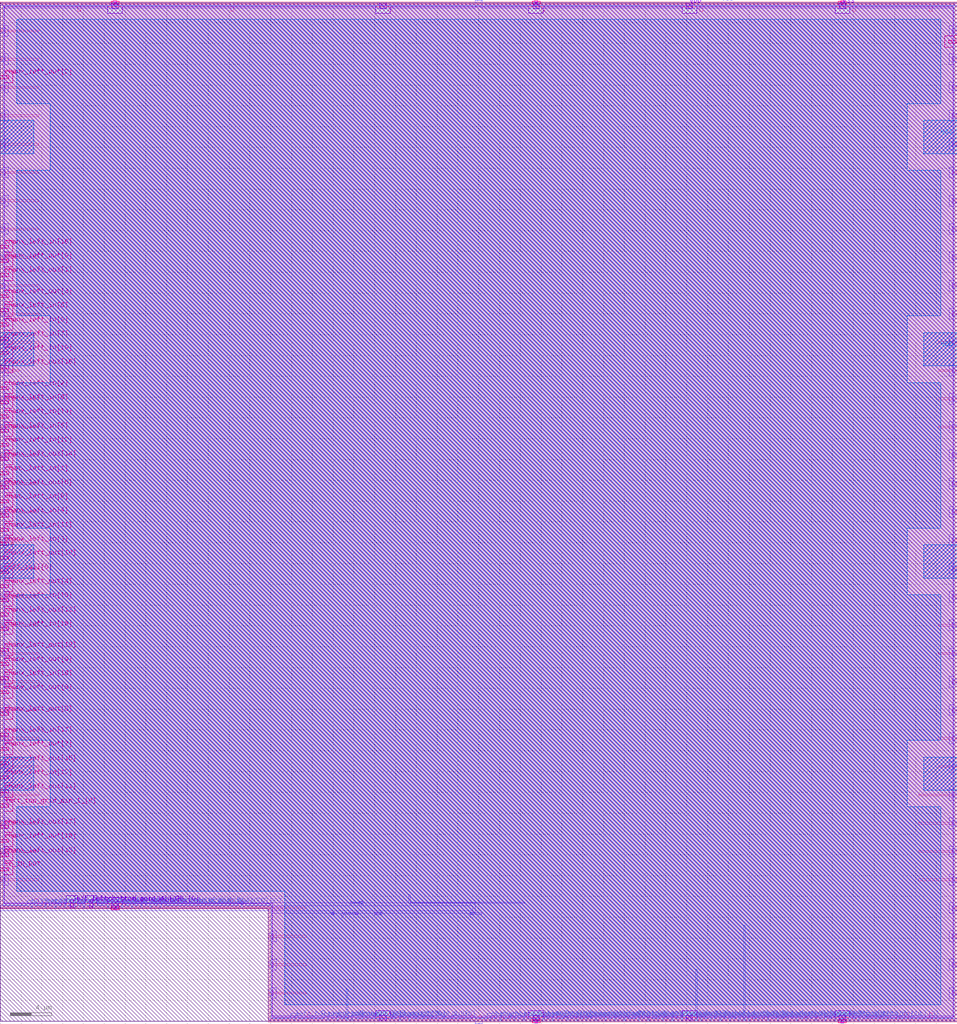
<source format=lef>
VERSION 5.7 ;
BUSBITCHARS "[]" ;

UNITS
  DATABASE MICRONS 1000 ;
END UNITS

MANUFACTURINGGRID 0.005 ;

LAYER li1
  TYPE ROUTING ;
  DIRECTION VERTICAL ;
  PITCH 0.46 ;
  WIDTH 0.17 ;
END li1

LAYER mcon
  TYPE CUT ;
END mcon

LAYER met1
  TYPE ROUTING ;
  DIRECTION HORIZONTAL ;
  PITCH 0.34 ;
  WIDTH 0.14 ;
END met1

LAYER via
  TYPE CUT ;
END via

LAYER met2
  TYPE ROUTING ;
  DIRECTION VERTICAL ;
  PITCH 0.46 ;
  WIDTH 0.14 ;
END met2

LAYER via2
  TYPE CUT ;
END via2

LAYER met3
  TYPE ROUTING ;
  DIRECTION HORIZONTAL ;
  PITCH 0.68 ;
  WIDTH 0.3 ;
END met3

LAYER via3
  TYPE CUT ;
END via3

LAYER met4
  TYPE ROUTING ;
  DIRECTION VERTICAL ;
  PITCH 0.92 ;
  WIDTH 0.3 ;
END met4

LAYER via4
  TYPE CUT ;
END via4

LAYER met5
  TYPE ROUTING ;
  DIRECTION HORIZONTAL ;
  PITCH 3.4 ;
  WIDTH 1.6 ;
END met5

LAYER nwell
  TYPE MASTERSLICE ;
END nwell

LAYER pwell
  TYPE MASTERSLICE ;
END pwell

LAYER OVERLAP
  TYPE OVERLAP ;
END OVERLAP

VIA L1M1_PR
  LAYER li1 ;
    RECT -0.085 -0.085 0.085 0.085 ;
  LAYER mcon ;
    RECT -0.085 -0.085 0.085 0.085 ;
  LAYER met1 ;
    RECT -0.145 -0.115 0.145 0.115 ;
END L1M1_PR

VIA L1M1_PR_R
  LAYER li1 ;
    RECT -0.085 -0.085 0.085 0.085 ;
  LAYER mcon ;
    RECT -0.085 -0.085 0.085 0.085 ;
  LAYER met1 ;
    RECT -0.115 -0.145 0.115 0.145 ;
END L1M1_PR_R

VIA L1M1_PR_M
  LAYER li1 ;
    RECT -0.085 -0.085 0.085 0.085 ;
  LAYER mcon ;
    RECT -0.085 -0.085 0.085 0.085 ;
  LAYER met1 ;
    RECT -0.115 -0.145 0.115 0.145 ;
END L1M1_PR_M

VIA L1M1_PR_MR
  LAYER li1 ;
    RECT -0.085 -0.085 0.085 0.085 ;
  LAYER mcon ;
    RECT -0.085 -0.085 0.085 0.085 ;
  LAYER met1 ;
    RECT -0.145 -0.115 0.145 0.115 ;
END L1M1_PR_MR

VIA L1M1_PR_C
  LAYER li1 ;
    RECT -0.085 -0.085 0.085 0.085 ;
  LAYER mcon ;
    RECT -0.085 -0.085 0.085 0.085 ;
  LAYER met1 ;
    RECT -0.145 -0.145 0.145 0.145 ;
END L1M1_PR_C

VIA M1M2_PR
  LAYER met1 ;
    RECT -0.16 -0.13 0.16 0.13 ;
  LAYER via ;
    RECT -0.075 -0.075 0.075 0.075 ;
  LAYER met2 ;
    RECT -0.13 -0.16 0.13 0.16 ;
END M1M2_PR

VIA M1M2_PR_Enc
  LAYER met1 ;
    RECT -0.16 -0.13 0.16 0.13 ;
  LAYER via ;
    RECT -0.075 -0.075 0.075 0.075 ;
  LAYER met2 ;
    RECT -0.16 -0.13 0.16 0.13 ;
END M1M2_PR_Enc

VIA M1M2_PR_R
  LAYER met1 ;
    RECT -0.13 -0.16 0.13 0.16 ;
  LAYER via ;
    RECT -0.075 -0.075 0.075 0.075 ;
  LAYER met2 ;
    RECT -0.16 -0.13 0.16 0.13 ;
END M1M2_PR_R

VIA M1M2_PR_R_Enc
  LAYER met1 ;
    RECT -0.13 -0.16 0.13 0.16 ;
  LAYER via ;
    RECT -0.075 -0.075 0.075 0.075 ;
  LAYER met2 ;
    RECT -0.13 -0.16 0.13 0.16 ;
END M1M2_PR_R_Enc

VIA M1M2_PR_M
  LAYER met1 ;
    RECT -0.16 -0.13 0.16 0.13 ;
  LAYER via ;
    RECT -0.075 -0.075 0.075 0.075 ;
  LAYER met2 ;
    RECT -0.16 -0.13 0.16 0.13 ;
END M1M2_PR_M

VIA M1M2_PR_M_Enc
  LAYER met1 ;
    RECT -0.16 -0.13 0.16 0.13 ;
  LAYER via ;
    RECT -0.075 -0.075 0.075 0.075 ;
  LAYER met2 ;
    RECT -0.13 -0.16 0.13 0.16 ;
END M1M2_PR_M_Enc

VIA M1M2_PR_MR
  LAYER met1 ;
    RECT -0.13 -0.16 0.13 0.16 ;
  LAYER via ;
    RECT -0.075 -0.075 0.075 0.075 ;
  LAYER met2 ;
    RECT -0.13 -0.16 0.13 0.16 ;
END M1M2_PR_MR

VIA M1M2_PR_MR_Enc
  LAYER met1 ;
    RECT -0.13 -0.16 0.13 0.16 ;
  LAYER via ;
    RECT -0.075 -0.075 0.075 0.075 ;
  LAYER met2 ;
    RECT -0.16 -0.13 0.16 0.13 ;
END M1M2_PR_MR_Enc

VIA M1M2_PR_C
  LAYER met1 ;
    RECT -0.16 -0.16 0.16 0.16 ;
  LAYER via ;
    RECT -0.075 -0.075 0.075 0.075 ;
  LAYER met2 ;
    RECT -0.16 -0.16 0.16 0.16 ;
END M1M2_PR_C

VIA M2M3_PR
  LAYER met2 ;
    RECT -0.14 -0.185 0.14 0.185 ;
  LAYER via2 ;
    RECT -0.1 -0.1 0.1 0.1 ;
  LAYER met3 ;
    RECT -0.165 -0.165 0.165 0.165 ;
END M2M3_PR

VIA M2M3_PR_R
  LAYER met2 ;
    RECT -0.185 -0.14 0.185 0.14 ;
  LAYER via2 ;
    RECT -0.1 -0.1 0.1 0.1 ;
  LAYER met3 ;
    RECT -0.165 -0.165 0.165 0.165 ;
END M2M3_PR_R

VIA M2M3_PR_M
  LAYER met2 ;
    RECT -0.14 -0.185 0.14 0.185 ;
  LAYER via2 ;
    RECT -0.1 -0.1 0.1 0.1 ;
  LAYER met3 ;
    RECT -0.165 -0.165 0.165 0.165 ;
END M2M3_PR_M

VIA M2M3_PR_MR
  LAYER met2 ;
    RECT -0.185 -0.14 0.185 0.14 ;
  LAYER via2 ;
    RECT -0.1 -0.1 0.1 0.1 ;
  LAYER met3 ;
    RECT -0.165 -0.165 0.165 0.165 ;
END M2M3_PR_MR

VIA M2M3_PR_C
  LAYER met2 ;
    RECT -0.185 -0.185 0.185 0.185 ;
  LAYER via2 ;
    RECT -0.1 -0.1 0.1 0.1 ;
  LAYER met3 ;
    RECT -0.165 -0.165 0.165 0.165 ;
END M2M3_PR_C

VIA M3M4_PR
  LAYER met3 ;
    RECT -0.19 -0.16 0.19 0.16 ;
  LAYER via3 ;
    RECT -0.1 -0.1 0.1 0.1 ;
  LAYER met4 ;
    RECT -0.165 -0.165 0.165 0.165 ;
END M3M4_PR

VIA M3M4_PR_R
  LAYER met3 ;
    RECT -0.16 -0.19 0.16 0.19 ;
  LAYER via3 ;
    RECT -0.1 -0.1 0.1 0.1 ;
  LAYER met4 ;
    RECT -0.165 -0.165 0.165 0.165 ;
END M3M4_PR_R

VIA M3M4_PR_M
  LAYER met3 ;
    RECT -0.19 -0.16 0.19 0.16 ;
  LAYER via3 ;
    RECT -0.1 -0.1 0.1 0.1 ;
  LAYER met4 ;
    RECT -0.165 -0.165 0.165 0.165 ;
END M3M4_PR_M

VIA M3M4_PR_MR
  LAYER met3 ;
    RECT -0.16 -0.19 0.16 0.19 ;
  LAYER via3 ;
    RECT -0.1 -0.1 0.1 0.1 ;
  LAYER met4 ;
    RECT -0.165 -0.165 0.165 0.165 ;
END M3M4_PR_MR

VIA M3M4_PR_C
  LAYER met3 ;
    RECT -0.19 -0.19 0.19 0.19 ;
  LAYER via3 ;
    RECT -0.1 -0.1 0.1 0.1 ;
  LAYER met4 ;
    RECT -0.165 -0.165 0.165 0.165 ;
END M3M4_PR_C

VIA M4M5_PR
  LAYER met4 ;
    RECT -0.59 -0.59 0.59 0.59 ;
  LAYER via4 ;
    RECT -0.4 -0.4 0.4 0.4 ;
  LAYER met5 ;
    RECT -0.71 -0.71 0.71 0.71 ;
END M4M5_PR

VIA M4M5_PR_R
  LAYER met4 ;
    RECT -0.59 -0.59 0.59 0.59 ;
  LAYER via4 ;
    RECT -0.4 -0.4 0.4 0.4 ;
  LAYER met5 ;
    RECT -0.71 -0.71 0.71 0.71 ;
END M4M5_PR_R

VIA M4M5_PR_M
  LAYER met4 ;
    RECT -0.59 -0.59 0.59 0.59 ;
  LAYER via4 ;
    RECT -0.4 -0.4 0.4 0.4 ;
  LAYER met5 ;
    RECT -0.71 -0.71 0.71 0.71 ;
END M4M5_PR_M

VIA M4M5_PR_MR
  LAYER met4 ;
    RECT -0.59 -0.59 0.59 0.59 ;
  LAYER via4 ;
    RECT -0.4 -0.4 0.4 0.4 ;
  LAYER met5 ;
    RECT -0.71 -0.71 0.71 0.71 ;
END M4M5_PR_MR

VIA M4M5_PR_C
  LAYER met4 ;
    RECT -0.59 -0.59 0.59 0.59 ;
  LAYER via4 ;
    RECT -0.4 -0.4 0.4 0.4 ;
  LAYER met5 ;
    RECT -0.71 -0.71 0.71 0.71 ;
END M4M5_PR_C

SITE unit
  CLASS CORE ;
  SYMMETRY Y ;
  SIZE 0.46 BY 2.72 ;
END unit

SITE unithddbl
  CLASS CORE ;
  SIZE 0.46 BY 5.44 ;
END unithddbl

MACRO sb_2__2_
  CLASS BLOCK ;
  ORIGIN 0 0 ;
  SIZE 92 BY 97.92 ;
  SYMMETRY X Y ;
  PIN chany_bottom_in[0]
    DIRECTION INPUT ;
    USE SIGNAL ;
    PORT
      LAYER met2 ;
        RECT 70.08 0 70.22 0.485 ;
    END
  END chany_bottom_in[0]
  PIN chany_bottom_in[1]
    DIRECTION INPUT ;
    USE SIGNAL ;
    PORT
      LAYER met2 ;
        RECT 81.58 0 81.72 0.485 ;
    END
  END chany_bottom_in[1]
  PIN chany_bottom_in[2]
    DIRECTION INPUT ;
    USE SIGNAL ;
    PORT
      LAYER met2 ;
        RECT 57.2 0 57.34 0.485 ;
    END
  END chany_bottom_in[2]
  PIN chany_bottom_in[3]
    DIRECTION INPUT ;
    USE SIGNAL ;
    PORT
      LAYER met2 ;
        RECT 80.2 0 80.34 0.485 ;
    END
  END chany_bottom_in[3]
  PIN chany_bottom_in[4]
    DIRECTION INPUT ;
    USE SIGNAL ;
    PORT
      LAYER met2 ;
        RECT 64.56 0 64.7 0.485 ;
    END
  END chany_bottom_in[4]
  PIN chany_bottom_in[5]
    DIRECTION INPUT ;
    USE SIGNAL ;
    PORT
      LAYER met2 ;
        RECT 76.52 0 76.66 0.485 ;
    END
  END chany_bottom_in[5]
  PIN chany_bottom_in[6]
    DIRECTION INPUT ;
    USE SIGNAL ;
    PORT
      LAYER met2 ;
        RECT 55.36 0 55.5 0.485 ;
    END
  END chany_bottom_in[6]
  PIN chany_bottom_in[7]
    DIRECTION INPUT ;
    USE SIGNAL ;
    PORT
      LAYER met2 ;
        RECT 73.76 0 73.9 0.485 ;
    END
  END chany_bottom_in[7]
  PIN chany_bottom_in[8]
    DIRECTION INPUT ;
    USE SIGNAL ;
    PORT
      LAYER met2 ;
        RECT 63.64 0 63.78 0.485 ;
    END
  END chany_bottom_in[8]
  PIN chany_bottom_in[9]
    DIRECTION INPUT ;
    USE SIGNAL ;
    PORT
      LAYER met2 ;
        RECT 69.16 0 69.3 0.485 ;
    END
  END chany_bottom_in[9]
  PIN chany_bottom_in[10]
    DIRECTION INPUT ;
    USE SIGNAL ;
    PORT
      LAYER met2 ;
        RECT 52.14 0 52.28 0.485 ;
    END
  END chany_bottom_in[10]
  PIN chany_bottom_in[11]
    DIRECTION INPUT ;
    USE SIGNAL ;
    PORT
      LAYER met2 ;
        RECT 71 0 71.14 0.485 ;
    END
  END chany_bottom_in[11]
  PIN chany_bottom_in[12]
    DIRECTION INPUT ;
    USE SIGNAL ;
    PORT
      LAYER met2 ;
        RECT 75.6 0 75.74 0.485 ;
    END
  END chany_bottom_in[12]
  PIN chany_bottom_in[13]
    DIRECTION INPUT ;
    USE SIGNAL ;
    PORT
      LAYER met2 ;
        RECT 78.36 0 78.5 0.485 ;
    END
  END chany_bottom_in[13]
  PIN chany_bottom_in[14]
    DIRECTION INPUT ;
    USE SIGNAL ;
    PORT
      LAYER met2 ;
        RECT 54.44 0 54.58 0.485 ;
    END
  END chany_bottom_in[14]
  PIN chany_bottom_in[15]
    DIRECTION INPUT ;
    USE SIGNAL ;
    PORT
      LAYER met2 ;
        RECT 66.4 0 66.54 0.485 ;
    END
  END chany_bottom_in[15]
  PIN chany_bottom_in[16]
    DIRECTION INPUT ;
    USE SIGNAL ;
    PORT
      LAYER met2 ;
        RECT 47.08 0 47.22 0.485 ;
    END
  END chany_bottom_in[16]
  PIN chany_bottom_in[17]
    DIRECTION INPUT ;
    USE SIGNAL ;
    PORT
      LAYER met2 ;
        RECT 77.44 0 77.58 0.485 ;
    END
  END chany_bottom_in[17]
  PIN chany_bottom_in[18]
    DIRECTION INPUT ;
    USE SIGNAL ;
    PORT
      LAYER met2 ;
        RECT 53.06 0 53.2 0.485 ;
    END
  END chany_bottom_in[18]
  PIN chany_bottom_in[19]
    DIRECTION INPUT ;
    USE SIGNAL ;
    PORT
      LAYER met2 ;
        RECT 79.28 0 79.42 0.485 ;
    END
  END chany_bottom_in[19]
  PIN bottom_right_grid_pin_1_[0]
    DIRECTION INPUT ;
    USE SIGNAL ;
    PORT
      LAYER met2 ;
        RECT 32.36 0 32.5 0.485 ;
    END
  END bottom_right_grid_pin_1_[0]
  PIN bottom_left_grid_pin_42_[0]
    DIRECTION INPUT ;
    USE SIGNAL ;
    PORT
      LAYER met2 ;
        RECT 14.42 10.88 14.56 11.365 ;
    END
  END bottom_left_grid_pin_42_[0]
  PIN bottom_left_grid_pin_43_[0]
    DIRECTION INPUT ;
    USE SIGNAL ;
    PORT
      LAYER met2 ;
        RECT 15.34 10.88 15.48 11.365 ;
    END
  END bottom_left_grid_pin_43_[0]
  PIN bottom_left_grid_pin_44_[0]
    DIRECTION INPUT ;
    USE SIGNAL ;
    PORT
      LAYER met2 ;
        RECT 2.92 10.88 3.06 11.365 ;
    END
  END bottom_left_grid_pin_44_[0]
  PIN bottom_left_grid_pin_45_[0]
    DIRECTION INPUT ;
    USE SIGNAL ;
    PORT
      LAYER met2 ;
        RECT 10.28 10.88 10.42 11.365 ;
    END
  END bottom_left_grid_pin_45_[0]
  PIN bottom_left_grid_pin_46_[0]
    DIRECTION INPUT ;
    USE SIGNAL ;
    PORT
      LAYER met2 ;
        RECT 5.22 10.88 5.36 11.365 ;
    END
  END bottom_left_grid_pin_46_[0]
  PIN bottom_left_grid_pin_47_[0]
    DIRECTION INPUT ;
    USE SIGNAL ;
    PORT
      LAYER met2 ;
        RECT 4.3 10.88 4.44 11.365 ;
    END
  END bottom_left_grid_pin_47_[0]
  PIN bottom_left_grid_pin_48_[0]
    DIRECTION INPUT ;
    USE SIGNAL ;
    PORT
      LAYER met2 ;
        RECT 13.5 10.88 13.64 11.365 ;
    END
  END bottom_left_grid_pin_48_[0]
  PIN bottom_left_grid_pin_49_[0]
    DIRECTION INPUT ;
    USE SIGNAL ;
    PORT
      LAYER met2 ;
        RECT 7.06 10.88 7.2 11.365 ;
    END
  END bottom_left_grid_pin_49_[0]
  PIN chanx_left_in[0]
    DIRECTION INPUT ;
    USE SIGNAL ;
    PORT
      LAYER met3 ;
        RECT 0 66.83 0.8 67.13 ;
    END
  END chanx_left_in[0]
  PIN chanx_left_in[1]
    DIRECTION INPUT ;
    USE SIGNAL ;
    PORT
      LAYER met3 ;
        RECT 0 52.55 0.8 52.85 ;
    END
  END chanx_left_in[1]
  PIN chanx_left_in[2]
    DIRECTION INPUT ;
    USE SIGNAL ;
    PORT
      LAYER met3 ;
        RECT 0 60.71 0.8 61.01 ;
    END
  END chanx_left_in[2]
  PIN chanx_left_in[3]
    DIRECTION INPUT ;
    USE SIGNAL ;
    PORT
      LAYER met3 ;
        RECT 0 45.75 0.8 46.05 ;
    END
  END chanx_left_in[3]
  PIN chanx_left_in[4]
    DIRECTION INPUT ;
    USE SIGNAL ;
    PORT
      LAYER met3 ;
        RECT 0 48.47 0.8 48.77 ;
    END
  END chanx_left_in[4]
  PIN chanx_left_in[5]
    DIRECTION INPUT ;
    USE SIGNAL ;
    PORT
      LAYER met3 ;
        RECT 0 56.63 0.8 56.93 ;
    END
  END chanx_left_in[5]
  PIN chanx_left_in[6]
    DIRECTION INPUT ;
    USE SIGNAL ;
    PORT
      LAYER met3 ;
        RECT 0 68.19 0.8 68.49 ;
    END
  END chanx_left_in[6]
  PIN chanx_left_in[7]
    DIRECTION INPUT ;
    USE SIGNAL ;
    PORT
      LAYER met3 ;
        RECT 0 65.47 0.8 65.77 ;
    END
  END chanx_left_in[7]
  PIN chanx_left_in[8]
    DIRECTION INPUT ;
    USE SIGNAL ;
    PORT
      LAYER met3 ;
        RECT 0 49.83 0.8 50.13 ;
    END
  END chanx_left_in[8]
  PIN chanx_left_in[9]
    DIRECTION INPUT ;
    USE SIGNAL ;
    PORT
      LAYER met3 ;
        RECT 0 59.35 0.8 59.65 ;
    END
  END chanx_left_in[9]
  PIN chanx_left_in[10]
    DIRECTION INPUT ;
    USE SIGNAL ;
    PORT
      LAYER met3 ;
        RECT 0 64.11 0.8 64.41 ;
    END
  END chanx_left_in[10]
  PIN chanx_left_in[11]
    DIRECTION INPUT ;
    USE SIGNAL ;
    PORT
      LAYER met3 ;
        RECT 0 47.11 0.8 47.41 ;
    END
  END chanx_left_in[11]
  PIN chanx_left_in[12]
    DIRECTION INPUT ;
    USE SIGNAL ;
    PORT
      LAYER met3 ;
        RECT 0 55.27 0.8 55.57 ;
    END
  END chanx_left_in[12]
  PIN chanx_left_in[13]
    DIRECTION INPUT ;
    USE SIGNAL ;
    PORT
      LAYER met3 ;
        RECT 0 23.31 0.8 23.61 ;
    END
  END chanx_left_in[13]
  PIN chanx_left_in[14]
    DIRECTION INPUT ;
    USE SIGNAL ;
    PORT
      LAYER met3 ;
        RECT 0 57.99 0.8 58.29 ;
    END
  END chanx_left_in[14]
  PIN chanx_left_in[15]
    DIRECTION INPUT ;
    USE SIGNAL ;
    PORT
      LAYER met3 ;
        RECT 0 40.31 0.8 40.61 ;
    END
  END chanx_left_in[15]
  PIN chanx_left_in[16]
    DIRECTION INPUT ;
    USE SIGNAL ;
    PORT
      LAYER met3 ;
        RECT 0 37.59 0.8 37.89 ;
    END
  END chanx_left_in[16]
  PIN chanx_left_in[17]
    DIRECTION INPUT ;
    USE SIGNAL ;
    PORT
      LAYER met3 ;
        RECT 0 27.39 0.8 27.69 ;
    END
  END chanx_left_in[17]
  PIN chanx_left_in[18]
    DIRECTION INPUT ;
    USE SIGNAL ;
    PORT
      LAYER met3 ;
        RECT 0 74.31 0.8 74.61 ;
    END
  END chanx_left_in[18]
  PIN chanx_left_in[19]
    DIRECTION INPUT ;
    USE SIGNAL ;
    PORT
      LAYER met3 ;
        RECT 0 32.83 0.8 33.13 ;
    END
  END chanx_left_in[19]
  PIN left_top_grid_pin_1_[0]
    DIRECTION INPUT ;
    USE SIGNAL ;
    PORT
      LAYER met3 ;
        RECT 0 20.59 0.8 20.89 ;
    END
  END left_top_grid_pin_1_[0]
  PIN left_bottom_grid_pin_34_[0]
    DIRECTION INPUT ;
    USE SIGNAL ;
    PORT
      LAYER met4 ;
        RECT 6.75 10.88 7.05 11.68 ;
    END
  END left_bottom_grid_pin_34_[0]
  PIN left_bottom_grid_pin_35_[0]
    DIRECTION INPUT ;
    USE SIGNAL ;
    PORT
      LAYER met4 ;
        RECT 8.59 10.88 8.89 11.68 ;
    END
  END left_bottom_grid_pin_35_[0]
  PIN left_bottom_grid_pin_36_[0]
    DIRECTION INPUT ;
    USE SIGNAL ;
    PORT
      LAYER met2 ;
        RECT 8.9 10.88 9.04 11.365 ;
    END
  END left_bottom_grid_pin_36_[0]
  PIN left_bottom_grid_pin_37_[0]
    DIRECTION INPUT ;
    USE SIGNAL ;
    PORT
      LAYER met2 ;
        RECT 7.98 10.88 8.12 11.365 ;
    END
  END left_bottom_grid_pin_37_[0]
  PIN left_bottom_grid_pin_38_[0]
    DIRECTION INPUT ;
    USE SIGNAL ;
    PORT
      LAYER met2 ;
        RECT 11.66 10.88 11.8 11.365 ;
    END
  END left_bottom_grid_pin_38_[0]
  PIN left_bottom_grid_pin_39_[0]
    DIRECTION INPUT ;
    USE SIGNAL ;
    PORT
      LAYER met2 ;
        RECT 12.58 10.88 12.72 11.365 ;
    END
  END left_bottom_grid_pin_39_[0]
  PIN left_bottom_grid_pin_40_[0]
    DIRECTION INPUT ;
    USE SIGNAL ;
    PORT
      LAYER met2 ;
        RECT 28.22 0 28.36 0.485 ;
    END
  END left_bottom_grid_pin_40_[0]
  PIN left_bottom_grid_pin_41_[0]
    DIRECTION INPUT ;
    USE SIGNAL ;
    PORT
      LAYER met2 ;
        RECT 6.14 10.88 6.28 11.365 ;
    END
  END left_bottom_grid_pin_41_[0]
  PIN ccff_head[0]
    DIRECTION INPUT ;
    USE SIGNAL ;
    PORT
      LAYER met3 ;
        RECT 91.2 94.03 92 94.33 ;
    END
  END ccff_head[0]
  PIN chany_bottom_out[0]
    DIRECTION OUTPUT ;
    USE SIGNAL ;
    PORT
      LAYER met2 ;
        RECT 38.34 0 38.48 0.485 ;
    END
  END chany_bottom_out[0]
  PIN chany_bottom_out[1]
    DIRECTION OUTPUT ;
    USE SIGNAL ;
    PORT
      LAYER met2 ;
        RECT 74.68 0 74.82 0.485 ;
    END
  END chany_bottom_out[1]
  PIN chany_bottom_out[2]
    DIRECTION OUTPUT ;
    USE SIGNAL ;
    PORT
      LAYER met2 ;
        RECT 31.44 0 31.58 0.485 ;
    END
  END chany_bottom_out[2]
  PIN chany_bottom_out[3]
    DIRECTION OUTPUT ;
    USE SIGNAL ;
    PORT
      LAYER met2 ;
        RECT 62.26 0 62.4 0.485 ;
    END
  END chany_bottom_out[3]
  PIN chany_bottom_out[4]
    DIRECTION OUTPUT ;
    USE SIGNAL ;
    PORT
      LAYER met2 ;
        RECT 65.48 0 65.62 0.485 ;
    END
  END chany_bottom_out[4]
  PIN chany_bottom_out[5]
    DIRECTION OUTPUT ;
    USE SIGNAL ;
    PORT
      LAYER met2 ;
        RECT 49.38 0 49.52 0.485 ;
    END
  END chany_bottom_out[5]
  PIN chany_bottom_out[6]
    DIRECTION OUTPUT ;
    USE SIGNAL ;
    PORT
      LAYER met2 ;
        RECT 67.32 0 67.46 0.485 ;
    END
  END chany_bottom_out[6]
  PIN chany_bottom_out[7]
    DIRECTION OUTPUT ;
    USE SIGNAL ;
    PORT
      LAYER met2 ;
        RECT 68.24 0 68.38 0.485 ;
    END
  END chany_bottom_out[7]
  PIN chany_bottom_out[8]
    DIRECTION OUTPUT ;
    USE SIGNAL ;
    PORT
      LAYER met2 ;
        RECT 59.04 0 59.18 0.485 ;
    END
  END chany_bottom_out[8]
  PIN chany_bottom_out[9]
    DIRECTION OUTPUT ;
    USE SIGNAL ;
    PORT
      LAYER met2 ;
        RECT 50.3 0 50.44 0.485 ;
    END
  END chany_bottom_out[9]
  PIN chany_bottom_out[10]
    DIRECTION OUTPUT ;
    USE SIGNAL ;
    PORT
      LAYER met2 ;
        RECT 35.12 0 35.26 0.485 ;
    END
  END chany_bottom_out[10]
  PIN chany_bottom_out[11]
    DIRECTION OUTPUT ;
    USE SIGNAL ;
    PORT
      LAYER met2 ;
        RECT 61.34 0 61.48 0.485 ;
    END
  END chany_bottom_out[11]
  PIN chany_bottom_out[12]
    DIRECTION OUTPUT ;
    USE SIGNAL ;
    PORT
      LAYER met2 ;
        RECT 59.96 0 60.1 0.485 ;
    END
  END chany_bottom_out[12]
  PIN chany_bottom_out[13]
    DIRECTION OUTPUT ;
    USE SIGNAL ;
    PORT
      LAYER met2 ;
        RECT 82.5 0 82.64 0.485 ;
    END
  END chany_bottom_out[13]
  PIN chany_bottom_out[14]
    DIRECTION OUTPUT ;
    USE SIGNAL ;
    PORT
      LAYER met2 ;
        RECT 56.28 0 56.42 0.485 ;
    END
  END chany_bottom_out[14]
  PIN chany_bottom_out[15]
    DIRECTION OUTPUT ;
    USE SIGNAL ;
    PORT
      LAYER met2 ;
        RECT 58.12 0 58.26 0.485 ;
    END
  END chany_bottom_out[15]
  PIN chany_bottom_out[16]
    DIRECTION OUTPUT ;
    USE SIGNAL ;
    PORT
      LAYER met2 ;
        RECT 48 0 48.14 0.485 ;
    END
  END chany_bottom_out[16]
  PIN chany_bottom_out[17]
    DIRECTION OUTPUT ;
    USE SIGNAL ;
    PORT
      LAYER met2 ;
        RECT 72.84 0 72.98 0.485 ;
    END
  END chany_bottom_out[17]
  PIN chany_bottom_out[18]
    DIRECTION OUTPUT ;
    USE SIGNAL ;
    PORT
      LAYER met2 ;
        RECT 33.74 0 33.88 0.485 ;
    END
  END chany_bottom_out[18]
  PIN chany_bottom_out[19]
    DIRECTION OUTPUT ;
    USE SIGNAL ;
    PORT
      LAYER met2 ;
        RECT 71.92 0 72.06 0.485 ;
    END
  END chany_bottom_out[19]
  PIN chanx_left_out[0]
    DIRECTION OUTPUT ;
    USE SIGNAL ;
    PORT
      LAYER met3 ;
        RECT 0 72.95 0.8 73.25 ;
    END
  END chanx_left_out[0]
  PIN chanx_left_out[1]
    DIRECTION OUTPUT ;
    USE SIGNAL ;
    PORT
      LAYER met3 ;
        RECT 0 71.59 0.8 71.89 ;
    END
  END chanx_left_out[1]
  PIN chanx_left_out[2]
    DIRECTION OUTPUT ;
    USE SIGNAL ;
    PORT
      LAYER met3 ;
        RECT 0 90.63 0.8 90.93 ;
    END
  END chanx_left_out[2]
  PIN chanx_left_out[3]
    DIRECTION OUTPUT ;
    USE SIGNAL ;
    PORT
      LAYER met3 ;
        RECT 0 69.55 0.8 69.85 ;
    END
  END chanx_left_out[3]
  PIN chanx_left_out[4]
    DIRECTION OUTPUT ;
    USE SIGNAL ;
    PORT
      LAYER met3 ;
        RECT 0 41.67 0.8 41.97 ;
    END
  END chanx_left_out[4]
  PIN chanx_left_out[5]
    DIRECTION OUTPUT ;
    USE SIGNAL ;
    PORT
      LAYER met3 ;
        RECT 0 29.43 0.8 29.73 ;
    END
  END chanx_left_out[5]
  PIN chanx_left_out[6]
    DIRECTION OUTPUT ;
    USE SIGNAL ;
    PORT
      LAYER met3 ;
        RECT 0 51.19 0.8 51.49 ;
    END
  END chanx_left_out[6]
  PIN chanx_left_out[7]
    DIRECTION OUTPUT ;
    USE SIGNAL ;
    PORT
      LAYER met3 ;
        RECT 0 26.03 0.8 26.33 ;
    END
  END chanx_left_out[7]
  PIN chanx_left_out[8]
    DIRECTION OUTPUT ;
    USE SIGNAL ;
    PORT
      LAYER met3 ;
        RECT 0 31.47 0.8 31.77 ;
    END
  END chanx_left_out[8]
  PIN chanx_left_out[9]
    DIRECTION OUTPUT ;
    USE SIGNAL ;
    PORT
      LAYER met3 ;
        RECT 0 34.19 0.8 34.49 ;
    END
  END chanx_left_out[9]
  PIN chanx_left_out[10]
    DIRECTION OUTPUT ;
    USE SIGNAL ;
    PORT
      LAYER met3 ;
        RECT 0 44.39 0.8 44.69 ;
    END
  END chanx_left_out[10]
  PIN chanx_left_out[11]
    DIRECTION OUTPUT ;
    USE SIGNAL ;
    PORT
      LAYER met3 ;
        RECT 0 21.95 0.8 22.25 ;
    END
  END chanx_left_out[11]
  PIN chanx_left_out[12]
    DIRECTION OUTPUT ;
    USE SIGNAL ;
    PORT
      LAYER met3 ;
        RECT 0 38.95 0.8 39.25 ;
    END
  END chanx_left_out[12]
  PIN chanx_left_out[13]
    DIRECTION OUTPUT ;
    USE SIGNAL ;
    PORT
      LAYER met3 ;
        RECT 0 15.83 0.8 16.13 ;
    END
  END chanx_left_out[13]
  PIN chanx_left_out[14]
    DIRECTION OUTPUT ;
    USE SIGNAL ;
    PORT
      LAYER met3 ;
        RECT 0 53.91 0.8 54.21 ;
    END
  END chanx_left_out[14]
  PIN chanx_left_out[15]
    DIRECTION OUTPUT ;
    USE SIGNAL ;
    PORT
      LAYER met3 ;
        RECT 0 24.67 0.8 24.97 ;
    END
  END chanx_left_out[15]
  PIN chanx_left_out[16]
    DIRECTION OUTPUT ;
    USE SIGNAL ;
    PORT
      LAYER met3 ;
        RECT 0 17.19 0.8 17.49 ;
    END
  END chanx_left_out[16]
  PIN chanx_left_out[17]
    DIRECTION OUTPUT ;
    USE SIGNAL ;
    PORT
      LAYER met3 ;
        RECT 0 18.55 0.8 18.85 ;
    END
  END chanx_left_out[17]
  PIN chanx_left_out[18]
    DIRECTION OUTPUT ;
    USE SIGNAL ;
    PORT
      LAYER met3 ;
        RECT 0 62.75 0.8 63.05 ;
    END
  END chanx_left_out[18]
  PIN chanx_left_out[19]
    DIRECTION OUTPUT ;
    USE SIGNAL ;
    PORT
      LAYER met3 ;
        RECT 0 35.55 0.8 35.85 ;
    END
  END chanx_left_out[19]
  PIN ccff_tail[0]
    DIRECTION OUTPUT ;
    USE SIGNAL ;
    PORT
      LAYER met3 ;
        RECT 0 43.03 0.8 43.33 ;
    END
  END ccff_tail[0]
  PIN SC_IN_BOT
    DIRECTION INPUT ;
    USE SIGNAL ;
    PORT
      LAYER met3 ;
        RECT 0 14.47 0.8 14.77 ;
    END
  END SC_IN_BOT
  PIN SC_OUT_BOT
    DIRECTION OUTPUT ;
    USE SIGNAL ;
    PORT
      LAYER met2 ;
        RECT 23.16 10.88 23.3 11.365 ;
    END
  END SC_OUT_BOT
  PIN prog_clk_0_S_in
    DIRECTION INPUT ;
    USE CLOCK ;
    PORT
      LAYER met2 ;
        RECT 39.26 0 39.4 0.485 ;
    END
  END prog_clk_0_S_in
  PIN VDD
    DIRECTION INPUT ;
    USE POWER ;
    PORT
      LAYER met5 ;
        RECT 0 22.2 3.2 25.4 ;
        RECT 88.8 22.2 92 25.4 ;
        RECT 0 63 3.2 66.2 ;
        RECT 88.8 63 92 66.2 ;
      LAYER met4 ;
        RECT 36.5 0 37.1 0.6 ;
        RECT 65.94 0 66.54 0.6 ;
        RECT 36.5 97.32 37.1 97.92 ;
        RECT 65.94 97.32 66.54 97.92 ;
      LAYER met1 ;
        RECT 25.76 2.48 26.24 2.96 ;
        RECT 91.52 2.48 92 2.96 ;
        RECT 25.76 7.92 26.24 8.4 ;
        RECT 91.52 7.92 92 8.4 ;
        RECT 0 13.36 0.48 13.84 ;
        RECT 91.52 13.36 92 13.84 ;
        RECT 0 18.8 0.48 19.28 ;
        RECT 91.52 18.8 92 19.28 ;
        RECT 0 24.24 0.48 24.72 ;
        RECT 91.52 24.24 92 24.72 ;
        RECT 0 29.68 0.48 30.16 ;
        RECT 91.52 29.68 92 30.16 ;
        RECT 0 35.12 0.48 35.6 ;
        RECT 91.52 35.12 92 35.6 ;
        RECT 0 40.56 0.48 41.04 ;
        RECT 91.52 40.56 92 41.04 ;
        RECT 0 46 0.48 46.48 ;
        RECT 91.52 46 92 46.48 ;
        RECT 0 51.44 0.48 51.92 ;
        RECT 91.52 51.44 92 51.92 ;
        RECT 0 56.88 0.48 57.36 ;
        RECT 91.52 56.88 92 57.36 ;
        RECT 0 62.32 0.48 62.8 ;
        RECT 91.52 62.32 92 62.8 ;
        RECT 0 67.76 0.48 68.24 ;
        RECT 91.52 67.76 92 68.24 ;
        RECT 0 73.2 0.48 73.68 ;
        RECT 91.52 73.2 92 73.68 ;
        RECT 0 78.64 0.48 79.12 ;
        RECT 91.52 78.64 92 79.12 ;
        RECT 0 84.08 0.48 84.56 ;
        RECT 91.52 84.08 92 84.56 ;
        RECT 0 89.52 0.48 90 ;
        RECT 91.52 89.52 92 90 ;
        RECT 0 94.96 0.48 95.44 ;
        RECT 91.52 94.96 92 95.44 ;
    END
  END VDD
  PIN VSS
    DIRECTION INPUT ;
    USE GROUND ;
    PORT
      LAYER met4 ;
        RECT 51.22 0 51.82 0.6 ;
        RECT 80.66 0 81.26 0.6 ;
        RECT 10.74 10.88 11.34 11.48 ;
        RECT 10.74 97.32 11.34 97.92 ;
        RECT 51.22 97.32 51.82 97.92 ;
        RECT 80.66 97.32 81.26 97.92 ;
      LAYER met5 ;
        RECT 0 42.6 3.2 45.8 ;
        RECT 88.8 42.6 92 45.8 ;
        RECT 0 83.4 3.2 86.6 ;
        RECT 88.8 83.4 92 86.6 ;
      LAYER met1 ;
        RECT 25.76 0 45.4 0.24 ;
        RECT 46.6 0 92 0.24 ;
        RECT 25.76 5.2 26.24 5.68 ;
        RECT 91.52 5.2 92 5.68 ;
        RECT 0 10.64 45.4 11.12 ;
        RECT 91.52 10.64 92 11.12 ;
        RECT 0 16.08 0.48 16.56 ;
        RECT 91.52 16.08 92 16.56 ;
        RECT 0 21.52 0.48 22 ;
        RECT 91.52 21.52 92 22 ;
        RECT 0 26.96 0.48 27.44 ;
        RECT 91.52 26.96 92 27.44 ;
        RECT 0 32.4 0.48 32.88 ;
        RECT 91.52 32.4 92 32.88 ;
        RECT 0 37.84 0.48 38.32 ;
        RECT 91.52 37.84 92 38.32 ;
        RECT 0 43.28 0.48 43.76 ;
        RECT 91.52 43.28 92 43.76 ;
        RECT 0 48.72 0.48 49.2 ;
        RECT 91.52 48.72 92 49.2 ;
        RECT 0 54.16 0.48 54.64 ;
        RECT 91.52 54.16 92 54.64 ;
        RECT 0 59.6 0.48 60.08 ;
        RECT 91.52 59.6 92 60.08 ;
        RECT 0 65.04 0.48 65.52 ;
        RECT 91.52 65.04 92 65.52 ;
        RECT 0 70.48 0.48 70.96 ;
        RECT 91.52 70.48 92 70.96 ;
        RECT 0 75.92 0.48 76.4 ;
        RECT 91.52 75.92 92 76.4 ;
        RECT 0 81.36 0.48 81.84 ;
        RECT 91.52 81.36 92 81.84 ;
        RECT 0 86.8 0.48 87.28 ;
        RECT 91.52 86.8 92 87.28 ;
        RECT 0 92.24 0.48 92.72 ;
        RECT 91.52 92.24 92 92.72 ;
        RECT 0 97.68 45.4 97.92 ;
        RECT 46.6 97.68 92 97.92 ;
    END
  END VSS
  OBS
    LAYER met2 ;
      RECT 80.82 97.735 81.1 98.105 ;
      RECT 51.38 97.735 51.66 98.105 ;
      RECT 10.9 97.735 11.18 98.105 ;
      RECT 10.9 10.695 11.18 11.065 ;
      POLYGON 71.6 9.25 71.6 0.24 71.64 0.24 71.64 0.1 71.46 0.1 71.46 9.25 ;
      POLYGON 67 5 67 0.1 66.82 0.1 66.82 0.24 66.86 0.24 66.86 5 ;
      POLYGON 33.42 3.13 33.42 0.24 33.46 0.24 33.46 0.1 33.28 0.1 33.28 3.13 ;
      RECT 34.6 0.69 34.86 1.01 ;
      RECT 30.92 0.69 31.18 1.01 ;
      RECT 80.82 -0.185 81.1 0.185 ;
      RECT 51.38 -0.185 51.66 0.185 ;
      POLYGON 91.72 97.64 91.72 0.28 82.92 0.28 82.92 0.765 82.22 0.765 82.22 0.28 82 0.28 82 0.765 81.3 0.765 81.3 0.28 80.62 0.28 80.62 0.765 79.92 0.765 79.92 0.28 79.7 0.28 79.7 0.765 79 0.765 79 0.28 78.78 0.28 78.78 0.765 78.08 0.765 78.08 0.28 77.86 0.28 77.86 0.765 77.16 0.765 77.16 0.28 76.94 0.28 76.94 0.765 76.24 0.765 76.24 0.28 76.02 0.28 76.02 0.765 75.32 0.765 75.32 0.28 75.1 0.28 75.1 0.765 74.4 0.765 74.4 0.28 74.18 0.28 74.18 0.765 73.48 0.765 73.48 0.28 73.26 0.28 73.26 0.765 72.56 0.765 72.56 0.28 72.34 0.28 72.34 0.765 71.64 0.765 71.64 0.28 71.42 0.28 71.42 0.765 70.72 0.765 70.72 0.28 70.5 0.28 70.5 0.765 69.8 0.765 69.8 0.28 69.58 0.28 69.58 0.765 68.88 0.765 68.88 0.28 68.66 0.28 68.66 0.765 67.96 0.765 67.96 0.28 67.74 0.28 67.74 0.765 67.04 0.765 67.04 0.28 66.82 0.28 66.82 0.765 66.12 0.765 66.12 0.28 65.9 0.28 65.9 0.765 65.2 0.765 65.2 0.28 64.98 0.28 64.98 0.765 64.28 0.765 64.28 0.28 64.06 0.28 64.06 0.765 63.36 0.765 63.36 0.28 62.68 0.28 62.68 0.765 61.98 0.765 61.98 0.28 61.76 0.28 61.76 0.765 61.06 0.765 61.06 0.28 60.38 0.28 60.38 0.765 59.68 0.765 59.68 0.28 59.46 0.28 59.46 0.765 58.76 0.765 58.76 0.28 58.54 0.28 58.54 0.765 57.84 0.765 57.84 0.28 57.62 0.28 57.62 0.765 56.92 0.765 56.92 0.28 56.7 0.28 56.7 0.765 56 0.765 56 0.28 55.78 0.28 55.78 0.765 55.08 0.765 55.08 0.28 54.86 0.28 54.86 0.765 54.16 0.765 54.16 0.28 53.48 0.28 53.48 0.765 52.78 0.765 52.78 0.28 52.56 0.28 52.56 0.765 51.86 0.765 51.86 0.28 50.72 0.28 50.72 0.765 50.02 0.765 50.02 0.28 49.8 0.28 49.8 0.765 49.1 0.765 49.1 0.28 48.42 0.28 48.42 0.765 47.72 0.765 47.72 0.28 47.5 0.28 47.5 0.765 46.8 0.765 46.8 0.28 39.68 0.28 39.68 0.765 38.98 0.765 38.98 0.28 38.76 0.28 38.76 0.765 38.06 0.765 38.06 0.28 35.54 0.28 35.54 0.765 34.84 0.765 34.84 0.28 34.16 0.28 34.16 0.765 33.46 0.765 33.46 0.28 32.78 0.28 32.78 0.765 32.08 0.765 32.08 0.28 31.86 0.28 31.86 0.765 31.16 0.765 31.16 0.28 28.64 0.28 28.64 0.765 27.94 0.765 27.94 0.28 26.04 0.28 26.04 11.16 23.58 11.16 23.58 11.645 22.88 11.645 22.88 11.16 15.76 11.16 15.76 11.645 15.06 11.645 15.06 11.16 14.84 11.16 14.84 11.645 14.14 11.645 14.14 11.16 13.92 11.16 13.92 11.645 13.22 11.645 13.22 11.16 13 11.16 13 11.645 12.3 11.645 12.3 11.16 12.08 11.16 12.08 11.645 11.38 11.645 11.38 11.16 10.7 11.16 10.7 11.645 10 11.645 10 11.16 9.32 11.16 9.32 11.645 8.62 11.645 8.62 11.16 8.4 11.16 8.4 11.645 7.7 11.645 7.7 11.16 7.48 11.16 7.48 11.645 6.78 11.645 6.78 11.16 6.56 11.16 6.56 11.645 5.86 11.645 5.86 11.16 5.64 11.16 5.64 11.645 4.94 11.645 4.94 11.16 4.72 11.16 4.72 11.645 4.02 11.645 4.02 11.16 3.34 11.16 3.34 11.645 2.64 11.645 2.64 11.16 0.28 11.16 0.28 97.64 ;
    LAYER met3 ;
      POLYGON 81.125 98.085 81.125 98.08 81.34 98.08 81.34 97.76 81.125 97.76 81.125 97.755 80.795 97.755 80.795 97.76 80.58 97.76 80.58 98.08 80.795 98.08 80.795 98.085 ;
      POLYGON 51.685 98.085 51.685 98.08 51.9 98.08 51.9 97.76 51.685 97.76 51.685 97.755 51.355 97.755 51.355 97.76 51.14 97.76 51.14 98.08 51.355 98.08 51.355 98.085 ;
      POLYGON 11.205 98.085 11.205 98.08 11.42 98.08 11.42 97.76 11.205 97.76 11.205 97.755 10.875 97.755 10.875 97.76 10.66 97.76 10.66 98.08 10.875 98.08 10.875 98.085 ;
      POLYGON 11.205 11.045 11.205 11.04 11.42 11.04 11.42 10.72 11.205 10.72 11.205 10.715 10.875 10.715 10.875 10.72 10.66 10.72 10.66 11.04 10.875 11.04 10.875 11.045 ;
      POLYGON 81.125 0.165 81.125 0.16 81.34 0.16 81.34 -0.16 81.125 -0.16 81.125 -0.165 80.795 -0.165 80.795 -0.16 80.58 -0.16 80.58 0.16 80.795 0.16 80.795 0.165 ;
      POLYGON 51.685 0.165 51.685 0.16 51.9 0.16 51.9 -0.16 51.685 -0.16 51.685 -0.165 51.355 -0.165 51.355 -0.16 51.14 -0.16 51.14 0.16 51.355 0.16 51.355 0.165 ;
      POLYGON 91.6 97.52 91.6 94.73 90.8 94.73 90.8 93.63 91.6 93.63 91.6 0.4 26.16 0.4 26.16 11.28 0.4 11.28 0.4 14.07 1.2 14.07 1.2 15.17 0.4 15.17 0.4 15.43 1.2 15.43 1.2 16.53 0.4 16.53 0.4 16.79 1.2 16.79 1.2 17.89 0.4 17.89 0.4 18.15 1.2 18.15 1.2 19.25 0.4 19.25 0.4 20.19 1.2 20.19 1.2 21.29 0.4 21.29 0.4 21.55 1.2 21.55 1.2 22.65 0.4 22.65 0.4 22.91 1.2 22.91 1.2 24.01 0.4 24.01 0.4 24.27 1.2 24.27 1.2 25.37 0.4 25.37 0.4 25.63 1.2 25.63 1.2 26.73 0.4 26.73 0.4 26.99 1.2 26.99 1.2 28.09 0.4 28.09 0.4 29.03 1.2 29.03 1.2 30.13 0.4 30.13 0.4 31.07 1.2 31.07 1.2 32.17 0.4 32.17 0.4 32.43 1.2 32.43 1.2 33.53 0.4 33.53 0.4 33.79 1.2 33.79 1.2 34.89 0.4 34.89 0.4 35.15 1.2 35.15 1.2 36.25 0.4 36.25 0.4 37.19 1.2 37.19 1.2 38.29 0.4 38.29 0.4 38.55 1.2 38.55 1.2 39.65 0.4 39.65 0.4 39.91 1.2 39.91 1.2 41.01 0.4 41.01 0.4 41.27 1.2 41.27 1.2 42.37 0.4 42.37 0.4 42.63 1.2 42.63 1.2 43.73 0.4 43.73 0.4 43.99 1.2 43.99 1.2 45.09 0.4 45.09 0.4 45.35 1.2 45.35 1.2 46.45 0.4 46.45 0.4 46.71 1.2 46.71 1.2 47.81 0.4 47.81 0.4 48.07 1.2 48.07 1.2 49.17 0.4 49.17 0.4 49.43 1.2 49.43 1.2 50.53 0.4 50.53 0.4 50.79 1.2 50.79 1.2 51.89 0.4 51.89 0.4 52.15 1.2 52.15 1.2 53.25 0.4 53.25 0.4 53.51 1.2 53.51 1.2 54.61 0.4 54.61 0.4 54.87 1.2 54.87 1.2 55.97 0.4 55.97 0.4 56.23 1.2 56.23 1.2 57.33 0.4 57.33 0.4 57.59 1.2 57.59 1.2 58.69 0.4 58.69 0.4 58.95 1.2 58.95 1.2 60.05 0.4 60.05 0.4 60.31 1.2 60.31 1.2 61.41 0.4 61.41 0.4 62.35 1.2 62.35 1.2 63.45 0.4 63.45 0.4 63.71 1.2 63.71 1.2 64.81 0.4 64.81 0.4 65.07 1.2 65.07 1.2 66.17 0.4 66.17 0.4 66.43 1.2 66.43 1.2 67.53 0.4 67.53 0.4 67.79 1.2 67.79 1.2 68.89 0.4 68.89 0.4 69.15 1.2 69.15 1.2 70.25 0.4 70.25 0.4 71.19 1.2 71.19 1.2 72.29 0.4 72.29 0.4 72.55 1.2 72.55 1.2 73.65 0.4 73.65 0.4 73.91 1.2 73.91 1.2 75.01 0.4 75.01 0.4 90.23 1.2 90.23 1.2 91.33 0.4 91.33 0.4 97.52 ;
    LAYER met4 ;
      POLYGON 91.6 97.52 91.6 0.4 81.66 0.4 81.66 1 80.26 1 80.26 0.4 66.94 0.4 66.94 1 65.54 1 65.54 0.4 52.22 0.4 52.22 1 50.82 1 50.82 0.4 37.5 0.4 37.5 1 36.1 1 36.1 0.4 26.16 0.4 26.16 11.28 11.74 11.28 11.74 11.88 10.34 11.88 10.34 11.28 9.29 11.28 9.29 12.08 8.19 12.08 8.19 11.28 7.45 11.28 7.45 12.08 6.35 12.08 6.35 11.28 0.4 11.28 0.4 97.52 10.34 97.52 10.34 96.92 11.74 96.92 11.74 97.52 36.1 97.52 36.1 96.92 37.5 96.92 37.5 97.52 50.82 97.52 50.82 96.92 52.22 96.92 52.22 97.52 65.54 97.52 65.54 96.92 66.94 96.92 66.94 97.52 80.26 97.52 80.26 96.92 81.66 96.92 81.66 97.52 ;
    LAYER met1 ;
      RECT 45.68 97.68 46.32 98.16 ;
      POLYGON 39.4 12.14 39.4 11.46 50.44 11.46 50.44 11.32 39.26 11.32 39.26 12.14 ;
      POLYGON 34.89 11.52 34.89 11.26 34.57 11.26 34.57 11.32 33.955 11.32 33.955 11.275 33.665 11.275 33.665 11.505 33.955 11.505 33.955 11.46 34.57 11.46 34.57 11.52 ;
      POLYGON 23.39 11.52 23.39 11.26 23.07 11.26 23.07 11.32 11.505 11.32 11.505 11.275 11.215 11.275 11.215 11.505 11.505 11.505 11.505 11.46 23.07 11.46 23.07 11.52 ;
      POLYGON 45.47 10.5 45.47 10.44 46.3 10.44 46.3 10.3 45.47 10.3 45.47 10.24 45.15 10.24 45.15 10.5 ;
      POLYGON 36.73 10.5 36.73 10.24 36.41 10.24 36.41 10.255 36.025 10.255 36.025 10.485 36.41 10.485 36.41 10.5 ;
      RECT 31.81 10.24 32.13 10.5 ;
      POLYGON 34.415 10.485 34.415 10.255 34.125 10.255 34.125 10.3 32.96 10.3 32.96 9.96 32.82 9.96 32.82 10.44 34.125 10.44 34.125 10.485 ;
      RECT 45.68 -0.24 46.32 0.24 ;
      POLYGON 46.32 97.64 46.32 97.4 91.72 97.4 91.72 95.72 91.24 95.72 91.24 94.68 91.72 94.68 91.72 93 91.24 93 91.24 91.96 91.72 91.96 91.72 90.28 91.24 90.28 91.24 89.24 91.72 89.24 91.72 87.56 91.24 87.56 91.24 86.52 91.72 86.52 91.72 84.84 91.24 84.84 91.24 83.8 91.72 83.8 91.72 82.12 91.24 82.12 91.24 81.08 91.72 81.08 91.72 79.4 91.24 79.4 91.24 78.36 91.72 78.36 91.72 76.68 91.24 76.68 91.24 75.64 91.72 75.64 91.72 73.96 91.24 73.96 91.24 72.92 91.72 72.92 91.72 71.24 91.24 71.24 91.24 70.2 91.72 70.2 91.72 68.52 91.24 68.52 91.24 67.48 91.72 67.48 91.72 65.8 91.24 65.8 91.24 64.76 91.72 64.76 91.72 63.08 91.24 63.08 91.24 62.04 91.72 62.04 91.72 60.36 91.24 60.36 91.24 59.32 91.72 59.32 91.72 57.64 91.24 57.64 91.24 56.6 91.72 56.6 91.72 54.92 91.24 54.92 91.24 53.88 91.72 53.88 91.72 52.2 91.24 52.2 91.24 51.16 91.72 51.16 91.72 49.48 91.24 49.48 91.24 48.44 91.72 48.44 91.72 46.76 91.24 46.76 91.24 45.72 91.72 45.72 91.72 44.04 91.24 44.04 91.24 43 91.72 43 91.72 41.32 91.24 41.32 91.24 40.28 91.72 40.28 91.72 38.6 91.24 38.6 91.24 37.56 91.72 37.56 91.72 35.88 91.24 35.88 91.24 34.84 91.72 34.84 91.72 33.16 91.24 33.16 91.24 32.12 91.72 32.12 91.72 30.44 91.24 30.44 91.24 29.4 91.72 29.4 91.72 27.72 91.24 27.72 91.24 26.68 91.72 26.68 91.72 25 91.24 25 91.24 23.96 91.72 23.96 91.72 22.28 91.24 22.28 91.24 21.24 91.72 21.24 91.72 19.56 91.24 19.56 91.24 18.52 91.72 18.52 91.72 16.84 91.24 16.84 91.24 15.8 91.72 15.8 91.72 14.12 91.24 14.12 91.24 13.08 91.72 13.08 91.72 11.4 91.24 11.4 91.24 10.36 91.72 10.36 91.72 8.68 91.24 8.68 91.24 7.64 91.72 7.64 91.72 5.96 91.24 5.96 91.24 4.92 91.72 4.92 91.72 3.24 91.24 3.24 91.24 2.2 91.72 2.2 91.72 0.52 46.32 0.52 46.32 0.28 45.68 0.28 45.68 0.52 26.04 0.52 26.04 2.2 26.52 2.2 26.52 3.24 26.04 3.24 26.04 4.92 26.52 4.92 26.52 5.96 26.04 5.96 26.04 7.64 26.52 7.64 26.52 8.68 26.04 8.68 26.04 10.36 45.68 10.36 45.68 11.4 0.28 11.4 0.28 13.08 0.76 13.08 0.76 14.12 0.28 14.12 0.28 15.8 0.76 15.8 0.76 16.84 0.28 16.84 0.28 18.52 0.76 18.52 0.76 19.56 0.28 19.56 0.28 21.24 0.76 21.24 0.76 22.28 0.28 22.28 0.28 23.96 0.76 23.96 0.76 25 0.28 25 0.28 26.68 0.76 26.68 0.76 27.72 0.28 27.72 0.28 29.4 0.76 29.4 0.76 30.44 0.28 30.44 0.28 32.12 0.76 32.12 0.76 33.16 0.28 33.16 0.28 34.84 0.76 34.84 0.76 35.88 0.28 35.88 0.28 37.56 0.76 37.56 0.76 38.6 0.28 38.6 0.28 40.28 0.76 40.28 0.76 41.32 0.28 41.32 0.28 43 0.76 43 0.76 44.04 0.28 44.04 0.28 45.72 0.76 45.72 0.76 46.76 0.28 46.76 0.28 48.44 0.76 48.44 0.76 49.48 0.28 49.48 0.28 51.16 0.76 51.16 0.76 52.2 0.28 52.2 0.28 53.88 0.76 53.88 0.76 54.92 0.28 54.92 0.28 56.6 0.76 56.6 0.76 57.64 0.28 57.64 0.28 59.32 0.76 59.32 0.76 60.36 0.28 60.36 0.28 62.04 0.76 62.04 0.76 63.08 0.28 63.08 0.28 64.76 0.76 64.76 0.76 65.8 0.28 65.8 0.28 67.48 0.76 67.48 0.76 68.52 0.28 68.52 0.28 70.2 0.76 70.2 0.76 71.24 0.28 71.24 0.28 72.92 0.76 72.92 0.76 73.96 0.28 73.96 0.28 75.64 0.76 75.64 0.76 76.68 0.28 76.68 0.28 78.36 0.76 78.36 0.76 79.4 0.28 79.4 0.28 81.08 0.76 81.08 0.76 82.12 0.28 82.12 0.28 83.8 0.76 83.8 0.76 84.84 0.28 84.84 0.28 86.52 0.76 86.52 0.76 87.56 0.28 87.56 0.28 89.24 0.76 89.24 0.76 90.28 0.28 90.28 0.28 91.96 0.76 91.96 0.76 93 0.28 93 0.28 94.68 0.76 94.68 0.76 95.72 0.28 95.72 0.28 97.4 45.68 97.4 45.68 97.64 ;
    LAYER met5 ;
      POLYGON 90.4 96.32 90.4 88.2 87.2 88.2 87.2 81.8 90.4 81.8 90.4 67.8 87.2 67.8 87.2 61.4 90.4 61.4 90.4 47.4 87.2 47.4 87.2 41 90.4 41 90.4 27 87.2 27 87.2 20.6 90.4 20.6 90.4 1.6 27.36 1.6 27.36 12.48 1.6 12.48 1.6 20.6 4.8 20.6 4.8 27 1.6 27 1.6 41 4.8 41 4.8 47.4 1.6 47.4 1.6 61.4 4.8 61.4 4.8 67.8 1.6 67.8 1.6 81.8 4.8 81.8 4.8 88.2 1.6 88.2 1.6 96.32 ;
    LAYER li1 ;
      POLYGON 92 98.005 92 97.835 89.615 97.835 89.615 97.11 89.325 97.11 89.325 97.835 82.255 97.835 82.255 97.11 81.965 97.11 81.965 97.835 67.535 97.835 67.535 97.11 67.245 97.11 67.245 97.835 52.355 97.835 52.355 97.11 52.065 97.11 52.065 97.835 37.635 97.835 37.635 97.11 37.345 97.11 37.345 97.835 22.455 97.835 22.455 97.11 22.165 97.11 22.165 97.835 7.735 97.835 7.735 97.11 7.445 97.11 7.445 97.835 0 97.835 0 98.005 ;
      RECT 91.54 95.115 92 95.285 ;
      RECT 0 95.115 3.68 95.285 ;
      RECT 91.54 92.395 92 92.565 ;
      RECT 0 92.395 3.68 92.565 ;
      RECT 91.54 89.675 92 89.845 ;
      RECT 0 89.675 3.68 89.845 ;
      RECT 91.54 86.955 92 87.125 ;
      RECT 0 86.955 3.68 87.125 ;
      RECT 91.54 84.235 92 84.405 ;
      RECT 0 84.235 3.68 84.405 ;
      RECT 91.54 81.515 92 81.685 ;
      RECT 0 81.515 3.68 81.685 ;
      RECT 91.54 78.795 92 78.965 ;
      RECT 0 78.795 3.68 78.965 ;
      RECT 91.54 76.075 92 76.245 ;
      RECT 0 76.075 3.68 76.245 ;
      RECT 91.54 73.355 92 73.525 ;
      RECT 0 73.355 3.68 73.525 ;
      RECT 91.54 70.635 92 70.805 ;
      RECT 0 70.635 3.68 70.805 ;
      RECT 91.54 67.915 92 68.085 ;
      RECT 0 67.915 3.68 68.085 ;
      RECT 90.16 65.195 92 65.365 ;
      RECT 0 65.195 3.68 65.365 ;
      RECT 90.16 62.475 92 62.645 ;
      RECT 0 62.475 1.84 62.645 ;
      RECT 90.16 59.755 92 59.925 ;
      RECT 0 59.755 3.68 59.925 ;
      RECT 90.16 57.035 92 57.205 ;
      RECT 0 57.035 3.68 57.205 ;
      RECT 91.54 54.315 92 54.485 ;
      RECT 0 54.315 3.68 54.485 ;
      RECT 91.54 51.595 92 51.765 ;
      RECT 0 51.595 3.68 51.765 ;
      RECT 91.54 48.875 92 49.045 ;
      RECT 0 48.875 3.68 49.045 ;
      RECT 91.54 46.155 92 46.325 ;
      RECT 0 46.155 1.84 46.325 ;
      RECT 91.54 43.435 92 43.605 ;
      RECT 0 43.435 3.68 43.605 ;
      RECT 91.54 40.715 92 40.885 ;
      RECT 0 40.715 3.68 40.885 ;
      RECT 90.16 37.995 92 38.165 ;
      RECT 0 37.995 3.68 38.165 ;
      RECT 90.16 35.275 92 35.445 ;
      RECT 0 35.275 3.68 35.445 ;
      RECT 91.54 32.555 92 32.725 ;
      RECT 0 32.555 3.68 32.725 ;
      RECT 91.54 29.835 92 30.005 ;
      RECT 0 29.835 3.68 30.005 ;
      RECT 90.16 27.115 92 27.285 ;
      RECT 0 27.115 3.68 27.285 ;
      RECT 90.16 24.395 92 24.565 ;
      RECT 0 24.395 3.68 24.565 ;
      RECT 88.32 21.675 92 21.845 ;
      RECT 0 21.675 3.68 21.845 ;
      RECT 88.32 18.955 92 19.125 ;
      RECT 0 18.955 3.68 19.125 ;
      RECT 88.32 16.235 92 16.405 ;
      RECT 0 16.235 3.68 16.405 ;
      RECT 88.32 13.515 92 13.685 ;
      RECT 0 13.515 3.68 13.685 ;
      POLYGON 17.445 11.765 17.445 10.965 17.955 10.965 17.955 11.445 18.285 11.445 18.285 10.965 18.795 10.965 18.795 11.445 19.125 11.445 19.125 10.965 19.715 10.965 19.715 11.445 19.885 11.445 19.885 10.965 20.555 10.965 20.555 11.445 20.725 11.445 20.725 10.965 22.165 10.965 22.165 11.69 22.455 11.69 22.455 10.965 29.44 10.965 29.44 10.795 0 10.795 0 10.965 3.315 10.965 3.315 11.765 3.645 11.765 3.645 10.965 4.155 10.965 4.155 11.445 4.485 11.445 4.485 10.965 4.995 10.965 4.995 11.445 5.325 11.445 5.325 10.965 5.915 10.965 5.915 11.445 6.085 11.445 6.085 10.965 6.755 10.965 6.755 11.445 6.925 11.445 6.925 10.965 7.445 10.965 7.445 11.69 7.735 11.69 7.735 10.965 9.175 10.965 9.175 11.445 9.345 11.445 9.345 10.965 10.015 10.965 10.015 11.445 10.185 11.445 10.185 10.965 10.775 10.965 10.775 11.445 11.105 11.445 11.105 10.965 11.615 10.965 11.615 11.445 11.945 11.445 11.945 10.965 12.455 10.965 12.455 11.765 12.785 11.765 12.785 10.965 17.115 10.965 17.115 11.765 ;
      RECT 91.54 10.795 92 10.965 ;
      RECT 91.54 8.075 92 8.245 ;
      RECT 25.76 8.075 29.44 8.245 ;
      RECT 91.54 5.355 92 5.525 ;
      RECT 25.76 5.355 29.44 5.525 ;
      RECT 91.54 2.635 92 2.805 ;
      RECT 25.76 2.635 29.44 2.805 ;
      POLYGON 87.305 0.885 87.305 0.085 89.325 0.085 89.325 0.81 89.615 0.81 89.615 0.085 92 0.085 92 -0.085 25.76 -0.085 25.76 0.085 29.525 0.085 29.525 0.81 29.815 0.81 29.815 0.085 37.345 0.085 37.345 0.81 37.635 0.81 37.635 0.085 38.235 0.085 38.235 0.465 38.565 0.465 38.565 0.085 39.175 0.085 39.175 0.545 39.425 0.545 39.425 0.085 41.12 0.085 41.12 0.585 41.49 0.585 41.49 0.085 43.345 0.085 43.345 0.615 43.515 0.615 43.515 0.085 44.345 0.085 44.345 0.565 44.515 0.565 44.515 0.085 45.215 0.085 45.215 0.56 45.385 0.56 45.385 0.085 46.065 0.085 46.065 0.56 46.235 0.56 46.235 0.085 47.355 0.085 47.355 0.565 47.525 0.565 47.525 0.085 48.195 0.085 48.195 0.565 48.365 0.565 48.365 0.085 48.955 0.085 48.955 0.565 49.285 0.565 49.285 0.085 49.795 0.085 49.795 0.565 50.125 0.565 50.125 0.085 50.635 0.085 50.635 0.885 50.965 0.885 50.965 0.085 52.065 0.085 52.065 0.81 52.355 0.81 52.355 0.085 52.575 0.085 52.575 0.545 52.88 0.545 52.88 0.085 53.55 0.085 53.55 0.545 53.72 0.545 53.72 0.085 54.39 0.085 54.39 0.545 54.56 0.545 54.56 0.085 55.23 0.085 55.23 0.545 55.4 0.545 55.4 0.085 56.07 0.085 56.07 0.545 56.325 0.545 56.325 0.085 61.315 0.085 61.315 0.545 61.62 0.545 61.62 0.085 62.29 0.085 62.29 0.545 62.46 0.545 62.46 0.085 63.13 0.085 63.13 0.545 63.3 0.545 63.3 0.085 63.97 0.085 63.97 0.545 64.14 0.545 64.14 0.085 64.81 0.085 64.81 0.545 65.065 0.545 65.065 0.085 67.245 0.085 67.245 0.81 67.535 0.81 67.535 0.085 72.275 0.085 72.275 0.465 72.605 0.465 72.605 0.085 73.215 0.085 73.215 0.545 73.465 0.545 73.465 0.085 75.16 0.085 75.16 0.585 75.53 0.585 75.53 0.085 77.385 0.085 77.385 0.615 77.555 0.615 77.555 0.085 78.385 0.085 78.385 0.565 78.555 0.565 78.555 0.085 79.255 0.085 79.255 0.56 79.425 0.56 79.425 0.085 80.105 0.085 80.105 0.56 80.275 0.56 80.275 0.085 81.965 0.085 81.965 0.81 82.255 0.81 82.255 0.085 83.695 0.085 83.695 0.565 83.865 0.565 83.865 0.085 84.535 0.085 84.535 0.565 84.705 0.565 84.705 0.085 85.295 0.085 85.295 0.565 85.625 0.565 85.625 0.085 86.135 0.085 86.135 0.565 86.465 0.565 86.465 0.085 86.975 0.085 86.975 0.885 ;
      POLYGON 91.83 97.75 91.83 0.17 25.93 0.17 25.93 11.05 0.17 11.05 0.17 97.75 ;
    LAYER mcon ;
      RECT 33.725 11.305 33.895 11.475 ;
      RECT 11.275 11.305 11.445 11.475 ;
      RECT 36.085 10.285 36.255 10.455 ;
      RECT 34.185 10.285 34.355 10.455 ;
      RECT 31.89 10.285 32.06 10.455 ;
    LAYER via ;
      RECT 80.885 97.845 81.035 97.995 ;
      RECT 51.445 97.845 51.595 97.995 ;
      RECT 10.965 97.845 11.115 97.995 ;
      RECT 34.655 11.315 34.805 11.465 ;
      RECT 23.155 11.315 23.305 11.465 ;
      RECT 10.965 10.805 11.115 10.955 ;
      RECT 45.235 10.295 45.385 10.445 ;
      RECT 36.495 10.295 36.645 10.445 ;
      RECT 31.895 10.295 32.045 10.445 ;
      RECT 80.885 -0.075 81.035 0.075 ;
      RECT 51.445 -0.075 51.595 0.075 ;
    LAYER via2 ;
      RECT 80.86 97.82 81.06 98.02 ;
      RECT 51.42 97.82 51.62 98.02 ;
      RECT 10.94 97.82 11.14 98.02 ;
      RECT 1.05 45.8 1.25 46 ;
      RECT 10.94 10.78 11.14 10.98 ;
      RECT 80.86 -0.1 81.06 0.1 ;
      RECT 51.42 -0.1 51.62 0.1 ;
    LAYER via3 ;
      RECT 80.86 97.82 81.06 98.02 ;
      RECT 51.42 97.82 51.62 98.02 ;
      RECT 10.94 97.82 11.14 98.02 ;
      RECT 10.94 10.78 11.14 10.98 ;
      RECT 80.86 -0.1 81.06 0.1 ;
      RECT 51.42 -0.1 51.62 0.1 ;
    LAYER OVERLAP ;
      POLYGON 25.76 0 25.76 10.88 0 10.88 0 97.92 92 97.92 92 0 ;
  END
END sb_2__2_

END LIBRARY

</source>
